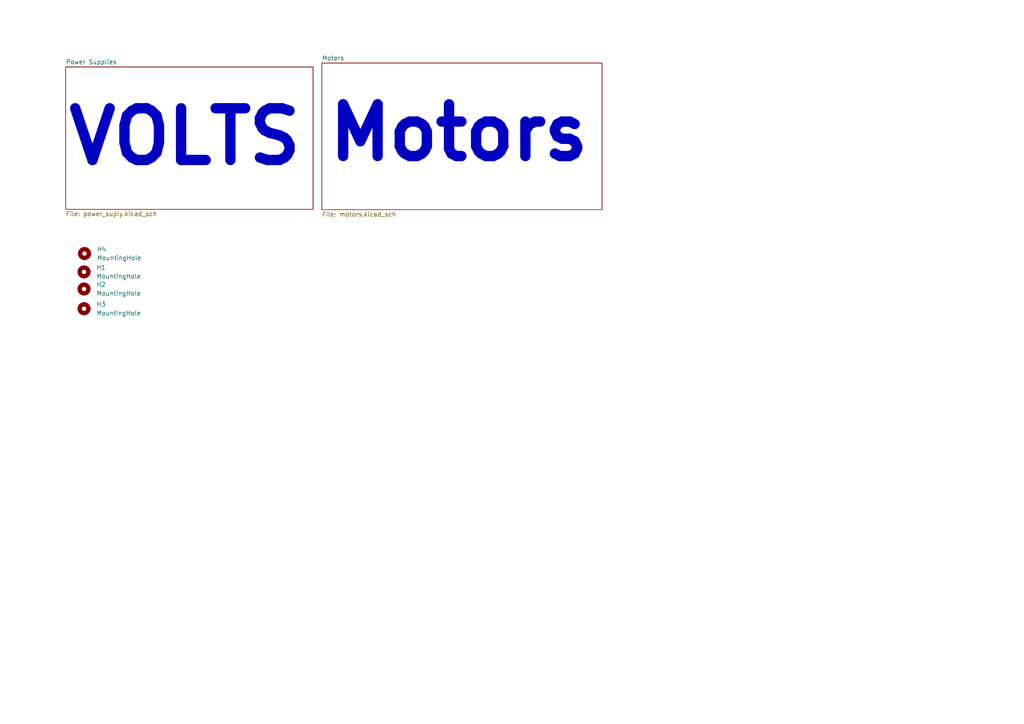
<source format=kicad_sch>
(kicad_sch (version 20230121) (generator eeschema)
  (paper "A4")
  (lib_symbols
    (symbol "Mechanical:MountingHole" (pin_names (offset 1.016))
      (property "Reference" "H" (at 0 5.08 0))
      (property "Value" "MountingHole" (at 0 3.175 0))
      (symbol "MountingHole_0_1"
        (circle (center 0 0) (radius 1.27) (stroke (width 1.27)))
      )
    )
  )
  (text "VOLTS\n" (at 18.415 48.641 0) (effects (font (size 15 15) (thickness 3) bold) (justify left bottom)))
  (text "Motors" (at 93.98 47.498 0) (effects (font (size 15 15) (thickness 3) bold) (justify left bottom)))
  (symbol (lib_id "Mechanical:MountingHole") (at 24.384 89.535 0) (unit 1)
    (property "Reference" "H3" (at 27.94 88.265 0) (effects (justify left)))
    (property "Value" "MountingHole" (at 27.94 90.805 0) (effects (justify left)))
    (property "Footprint" "MountingHole:MountingHole_2.7mm_M2.5_DIN965_Pad" (effects hide))
  )
  (symbol (lib_id "Mechanical:MountingHole") (at 24.384 83.82 0) (unit 1)
    (property "Reference" "H2" (at 27.94 82.55 0) (effects (justify left)))
    (property "Value" "MountingHole" (at 27.94 85.09 0) (effects (justify left)))
    (property "Footprint" "MountingHole:MountingHole_2.7mm_M2.5_DIN965_Pad" (effects hide))
  )
  (symbol (lib_id "Mechanical:MountingHole") (at 24.511 73.533 0) (unit 1)
    (property "Reference" "H4" (at 28.067 72.263 0) (effects (justify left)))
    (property "Value" "MountingHole" (at 28.067 74.803 0) (effects (justify left)))
    (property "Footprint" "MountingHole:MountingHole_2.7mm_M2.5_DIN965_Pad" (effects hide))
  )
  (symbol (lib_id "Mechanical:MountingHole") (at 24.384 78.867 0) (unit 1)
    (property "Reference" "H1" (at 27.94 77.597 0) (effects (justify left)))
    (property "Value" "MountingHole" (at 27.94 80.137 0) (effects (justify left)))
    (property "Footprint" "MountingHole:MountingHole_2.7mm_M2.5_DIN965_Pad" (effects hide))
  )
  (sheet (at 93.345 18.288) (size 81.28 42.545) (stroke (width 0.1524))
    (property "Sheetname" "Motors" (at 93.345 17.5764 0) (effects (justify left bottom)))
    (property "Sheetfile" "motors.kicad_sch" (at 93.345 61.4176 0) (effects (justify left top)))
  )
  (sheet (at 19.05 19.431) (size 71.755 41.275) (stroke (width 0.1524))
    (property "Sheetname" "Power Supplies" (at 19.05 18.7194 0) (effects (justify left bottom)))
    (property "Sheetfile" "power_suply.kicad_sch" (at 19.05 61.2906 0) (effects (justify left top)))
  )
)
</source>
